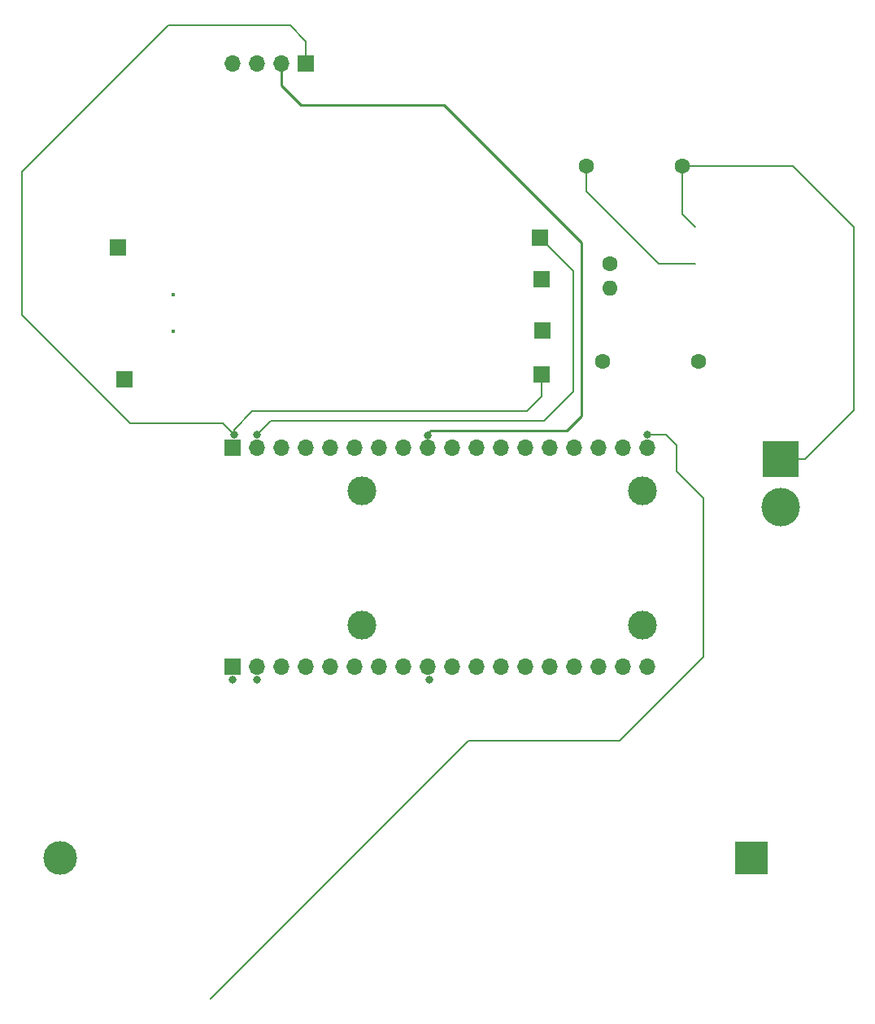
<source format=gbr>
%TF.GenerationSoftware,KiCad,Pcbnew,(6.0.4)*%
%TF.CreationDate,2022-04-07T12:48:27-03:00*%
%TF.ProjectId,LayoutPCB,4c61796f-7574-4504-9342-2e6b69636164,Rafael Pascale*%
%TF.SameCoordinates,Original*%
%TF.FileFunction,Copper,L2,Bot*%
%TF.FilePolarity,Positive*%
%FSLAX46Y46*%
G04 Gerber Fmt 4.6, Leading zero omitted, Abs format (unit mm)*
G04 Created by KiCad (PCBNEW (6.0.4)) date 2022-04-07 12:48:27*
%MOMM*%
%LPD*%
G01*
G04 APERTURE LIST*
%TA.AperFunction,ComponentPad*%
%ADD10R,1.700000X1.700000*%
%TD*%
%TA.AperFunction,ComponentPad*%
%ADD11O,1.700000X1.700000*%
%TD*%
%TA.AperFunction,ComponentPad*%
%ADD12C,2.997200*%
%TD*%
%TA.AperFunction,ComponentPad*%
%ADD13C,1.600000*%
%TD*%
%TA.AperFunction,ComponentPad*%
%ADD14O,1.600000X1.600000*%
%TD*%
%TA.AperFunction,ComponentPad*%
%ADD15R,3.500000X3.500000*%
%TD*%
%TA.AperFunction,ComponentPad*%
%ADD16C,3.500000*%
%TD*%
%TA.AperFunction,ComponentPad*%
%ADD17R,3.800000X3.800000*%
%TD*%
%TA.AperFunction,ComponentPad*%
%ADD18C,4.000000*%
%TD*%
%TA.AperFunction,WasherPad*%
%ADD19C,0.450000*%
%TD*%
%TA.AperFunction,ComponentPad*%
%ADD20R,1.498600X1.498600*%
%TD*%
%TA.AperFunction,ComponentPad*%
%ADD21C,1.498600*%
%TD*%
%TA.AperFunction,ViaPad*%
%ADD22C,0.800000*%
%TD*%
%TA.AperFunction,Conductor*%
%ADD23C,0.200000*%
%TD*%
%TA.AperFunction,Conductor*%
%ADD24C,0.250000*%
%TD*%
G04 APERTURE END LIST*
D10*
%TO.P,REF\u002A\u002A,1*%
%TO.N,N/C*%
X83937000Y-38887000D03*
D11*
%TO.P,REF\u002A\u002A,2*%
X81397000Y-38887000D03*
%TO.P,REF\u002A\u002A,3*%
X78857000Y-38887000D03*
%TO.P,REF\u002A\u002A,4*%
X76317000Y-38887000D03*
%TD*%
D10*
%TO.P,REF\u002A\u002A,1*%
%TO.N,N/C*%
X108458000Y-61341000D03*
%TD*%
%TO.P,REF\u002A\u002A,1*%
%TO.N,N/C*%
X108585000Y-66675000D03*
%TD*%
%TO.P,REF\u002A\u002A,1*%
%TO.N,N/C*%
X108458000Y-71247000D03*
%TD*%
%TO.P,REF\u002A\u002A,1*%
%TO.N,N/C*%
X108331000Y-57023000D03*
%TD*%
%TO.P,,1*%
%TO.N,N/C*%
X64389000Y-58039000D03*
%TD*%
%TO.P,REF\u002A\u002A,1*%
%TO.N,N/C*%
X65024000Y-71755000D03*
%TD*%
%TO.P,REF\u002A\u002A,1*%
%TO.N,N/C*%
X76327000Y-78867000D03*
D11*
%TO.P,REF\u002A\u002A,2*%
X78867000Y-78867000D03*
%TO.P,REF\u002A\u002A,3*%
X81407000Y-78867000D03*
%TO.P,REF\u002A\u002A,4*%
X83947000Y-78867000D03*
%TO.P,REF\u002A\u002A,5*%
X86487000Y-78867000D03*
%TO.P,REF\u002A\u002A,6*%
X89027000Y-78867000D03*
%TO.P,REF\u002A\u002A,7*%
X91567000Y-78867000D03*
%TO.P,REF\u002A\u002A,8*%
X94107000Y-78867000D03*
%TO.P,REF\u002A\u002A,9*%
X96647000Y-78867000D03*
%TO.P,REF\u002A\u002A,10*%
X99187000Y-78867000D03*
%TO.P,REF\u002A\u002A,11*%
X101727000Y-78867000D03*
%TO.P,REF\u002A\u002A,12*%
X104267000Y-78867000D03*
%TO.P,REF\u002A\u002A,13*%
X106807000Y-78867000D03*
%TO.P,REF\u002A\u002A,14*%
X109347000Y-78867000D03*
%TO.P,REF\u002A\u002A,15*%
X111887000Y-78867000D03*
%TO.P,REF\u002A\u002A,16*%
X114427000Y-78867000D03*
%TO.P,REF\u002A\u002A,17*%
X116967000Y-78867000D03*
%TO.P,REF\u002A\u002A,18*%
X119507000Y-78867000D03*
%TD*%
D10*
%TO.P,REF\u002A\u002A,1*%
%TO.N,N/C*%
X76327000Y-101600000D03*
D11*
%TO.P,REF\u002A\u002A,2*%
X78867000Y-101600000D03*
%TO.P,REF\u002A\u002A,3*%
X81407000Y-101600000D03*
%TO.P,REF\u002A\u002A,4*%
X83947000Y-101600000D03*
%TO.P,REF\u002A\u002A,5*%
X86487000Y-101600000D03*
%TO.P,REF\u002A\u002A,6*%
X89027000Y-101600000D03*
%TO.P,REF\u002A\u002A,7*%
X91567000Y-101600000D03*
%TO.P,REF\u002A\u002A,8*%
X94107000Y-101600000D03*
%TO.P,REF\u002A\u002A,9*%
X96647000Y-101600000D03*
%TO.P,REF\u002A\u002A,10*%
X99187000Y-101600000D03*
%TO.P,REF\u002A\u002A,11*%
X101727000Y-101600000D03*
%TO.P,REF\u002A\u002A,12*%
X104267000Y-101600000D03*
%TO.P,REF\u002A\u002A,13*%
X106807000Y-101600000D03*
%TO.P,REF\u002A\u002A,14*%
X109347000Y-101600000D03*
%TO.P,REF\u002A\u002A,15*%
X111887000Y-101600000D03*
%TO.P,REF\u002A\u002A,16*%
X114427000Y-101600000D03*
%TO.P,REF\u002A\u002A,17*%
X116967000Y-101600000D03*
%TO.P,REF\u002A\u002A,18*%
X119507000Y-101600000D03*
%TD*%
D12*
%TO.P,,*%
%TO.N,GND*%
X118999000Y-97282000D03*
%TD*%
%TO.P,,*%
%TO.N,GND*%
X118999000Y-83286600D03*
%TD*%
D13*
%TO.P,Inductor,1*%
%TO.N,N/C*%
X115570000Y-59690000D03*
D14*
%TO.P,Inductor,2*%
X115570000Y-62230000D03*
%TD*%
D13*
%TO.P,Capacitor ,1*%
%TO.N,N/C*%
X114840000Y-69850000D03*
%TO.P,Capacitor ,2*%
X124840000Y-69850000D03*
%TD*%
D12*
%TO.P,,*%
%TO.N,GND*%
X89789000Y-83286600D03*
%TD*%
%TO.P,,*%
%TO.N,GND*%
X89789000Y-97282000D03*
%TD*%
D15*
%TO.P,REF\u002A\u002A,1*%
%TO.N,N/C*%
X130348300Y-121539000D03*
D16*
%TO.P,REF\u002A\u002A,2*%
X58348300Y-121539000D03*
%TD*%
D17*
%TO.P,REF\u002A\u002A,1*%
%TO.N,N/C*%
X133350000Y-80010000D03*
D18*
%TO.P,REF\u002A\u002A,2*%
X133350000Y-85010000D03*
%TD*%
D13*
%TO.P,Capacitor ,1*%
%TO.N,N/C*%
X113110000Y-49530000D03*
%TO.P,Capacitor ,2*%
X123110000Y-49530000D03*
%TD*%
D19*
%TO.P,J1,*%
%TO.N,*%
X70084890Y-62959000D03*
X70084890Y-66698992D03*
%TD*%
D20*
%TO.P,JP2,1*%
%TO.N,N/C*%
X76327000Y-101600000D03*
D21*
%TO.P,JP2,2*%
X78867000Y-101600000D03*
%TO.P,JP2,3*%
X81407000Y-101600000D03*
%TO.P,JP2,4*%
X83947000Y-101600000D03*
%TO.P,JP2,5*%
X86487000Y-101600000D03*
%TO.P,JP2,6*%
X89027000Y-101600000D03*
%TO.P,JP2,7*%
X91567000Y-101600000D03*
%TO.P,JP2,8*%
X94107000Y-101600000D03*
%TO.P,JP2,9*%
X96647000Y-101600000D03*
%TO.P,JP2,10*%
X99187000Y-101600000D03*
%TO.P,JP2,11*%
X101727000Y-101600000D03*
%TO.P,JP2,12*%
X104267000Y-101600000D03*
%TO.P,JP2,13*%
X106807000Y-101600000D03*
%TO.P,JP2,14*%
X109347000Y-101600000D03*
%TO.P,JP2,15*%
X111887000Y-101600000D03*
%TO.P,JP2,16*%
X114427000Y-101600000D03*
%TO.P,JP2,17*%
X116967000Y-101600000D03*
%TO.P,JP2,18*%
X119507000Y-101600000D03*
%TD*%
D20*
%TO.P,JP3,1*%
%TO.N,N/C*%
X76327000Y-78867000D03*
D21*
%TO.P,JP3,2*%
X78867000Y-78867000D03*
%TO.P,JP3,3*%
X81407000Y-78867000D03*
%TO.P,JP3,4*%
X83947000Y-78867000D03*
%TO.P,JP3,5*%
X86487000Y-78867000D03*
%TO.P,JP3,6*%
X89027000Y-78867000D03*
%TO.P,JP3,7*%
X91567000Y-78867000D03*
%TO.P,JP3,8*%
X94107000Y-78867000D03*
%TO.P,JP3,9*%
X96647000Y-78867000D03*
%TO.P,JP3,10*%
X99187000Y-78867000D03*
%TO.P,JP3,11*%
X101727000Y-78867000D03*
%TO.P,JP3,12*%
X104267000Y-78867000D03*
%TO.P,JP3,13*%
X106807000Y-78867000D03*
%TO.P,JP3,14*%
X109347000Y-78867000D03*
%TO.P,JP3,15*%
X111887000Y-78867000D03*
%TO.P,JP3,16*%
X114427000Y-78867000D03*
%TO.P,JP3,17*%
X116967000Y-78867000D03*
%TO.P,JP3,18*%
X119507000Y-78867000D03*
%TD*%
D22*
%TO.N,*%
X119507000Y-77470000D03*
X78867000Y-102997000D03*
X76327000Y-102997000D03*
X96647000Y-77597000D03*
X78867000Y-77470000D03*
X96774000Y-102997000D03*
%TO.N,GND*%
X76454000Y-77470000D03*
%TO.N,*%
X76200000Y-78867000D03*
%TD*%
D23*
%TO.N,GND*%
X83937000Y-36566000D02*
X83937000Y-38887000D01*
X82296000Y-34925000D02*
X83937000Y-36566000D01*
X69596000Y-34925000D02*
X82296000Y-34925000D01*
X76454000Y-77470000D02*
X75311000Y-76327000D01*
X75311000Y-76327000D02*
X65659000Y-76327000D01*
X54356000Y-50165000D02*
X69596000Y-34925000D01*
X65659000Y-76327000D02*
X54356000Y-65024000D01*
X54356000Y-65024000D02*
X54356000Y-50165000D01*
D24*
%TO.N,*%
X81397000Y-38887000D02*
X81397000Y-41138000D01*
X83439000Y-43180000D02*
X98298000Y-43180000D01*
X83312000Y-43180000D02*
X83439000Y-43180000D01*
X81397000Y-41138000D02*
X83439000Y-43180000D01*
D23*
X111760000Y-60452000D02*
X108331000Y-57023000D01*
X111760000Y-73025000D02*
X111760000Y-60452000D01*
X80264000Y-76073000D02*
X108712000Y-76073000D01*
X78867000Y-77470000D02*
X80264000Y-76073000D01*
X108712000Y-76073000D02*
X111760000Y-73025000D01*
%TO.N,GND*%
X106934000Y-75057000D02*
X108458000Y-73533000D01*
X108458000Y-73533000D02*
X108458000Y-71247000D01*
X78359000Y-75057000D02*
X106934000Y-75057000D01*
X76454000Y-76962000D02*
X78359000Y-75057000D01*
X76454000Y-77470000D02*
X76454000Y-76962000D01*
%TO.N,*%
X116586000Y-109347000D02*
X100838000Y-109347000D01*
X123110000Y-49530000D02*
X123110000Y-54530000D01*
X134620000Y-49530000D02*
X140970000Y-55880000D01*
%TO.N,GND*%
X76581000Y-77470000D02*
X76454000Y-77470000D01*
%TO.N,*%
X113110000Y-49530000D02*
X113110000Y-52150000D01*
D24*
X96901000Y-77089000D02*
X111125000Y-77089000D01*
X112649000Y-57531000D02*
X112649000Y-75565000D01*
D23*
X120650000Y-59690000D02*
X124460000Y-59690000D01*
D24*
X96901000Y-77089000D02*
X108331000Y-77089000D01*
D23*
X123110000Y-49530000D02*
X134620000Y-49530000D01*
D24*
X112649000Y-75565000D02*
X111125000Y-77089000D01*
D23*
%TO.N,GND*%
X76454000Y-77343000D02*
X76581000Y-77470000D01*
%TO.N,*%
X121412000Y-77470000D02*
X122555000Y-78613000D01*
D24*
X108331000Y-77089000D02*
X108712000Y-77089000D01*
D23*
X135890000Y-80010000D02*
X133350000Y-80010000D01*
X119507000Y-77470000D02*
X121412000Y-77470000D01*
X100838000Y-109347000D02*
X74041000Y-136144000D01*
X113110000Y-52150000D02*
X120650000Y-59690000D01*
X122555000Y-78613000D02*
X122555000Y-81280000D01*
X140970000Y-55880000D02*
X140970000Y-74930000D01*
X123110000Y-54530000D02*
X124460000Y-55880000D01*
X125349000Y-84074000D02*
X125349000Y-100584000D01*
D24*
X96774000Y-77216000D02*
X96901000Y-77089000D01*
X98298000Y-43180000D02*
X112649000Y-57531000D01*
D23*
X122555000Y-81280000D02*
X125349000Y-84074000D01*
X140970000Y-74930000D02*
X135890000Y-80010000D01*
X125349000Y-100584000D02*
X116586000Y-109347000D01*
%TD*%
M02*

</source>
